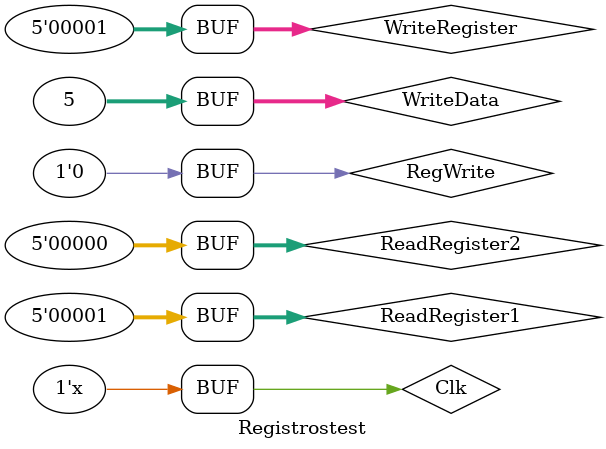
<source format=v>
`timescale 1ns / 1ps


module Registrostest;

	// Inputs
	reg Clk;
	reg [4:0] ReadRegister1;
	reg [4:0] ReadRegister2;
	reg [4:0] WriteRegister;
	reg [31:0] WriteData;
	reg RegWrite;

	// Outputs
	wire [31:0] ReadData1;
	wire [31:0] ReadData2;

	// Instantiate the Unit Under Test (UUT)
	Registers uut (
		.Clk(Clk), 
		.ReadRegister1(ReadRegister1), 
		.ReadRegister2(ReadRegister2), 
		.WriteRegister(WriteRegister), 
		.WriteData(WriteData), 
		.RegWrite(RegWrite), 
		.ReadData1(ReadData1), 
		.ReadData2(ReadData2)
	);

	initial begin
		// Initialize Inputs
		Clk = 0;
		ReadRegister1 = 0;
		ReadRegister2 = 0;
		WriteRegister = 0;
		WriteData = 0;
		RegWrite = 0;

		// Wait 100 ns for global reset to finish
		#5 RegWrite = 1;
		WriteData = 5;
		WriteRegister = 1;
		#2 RegWrite = 0;
		#2 ReadRegister1 = 1;
		
		// Add stimulus here

	end
      
		always begin
		#2 Clk <= ~Clk;
		end
endmodule


</source>
